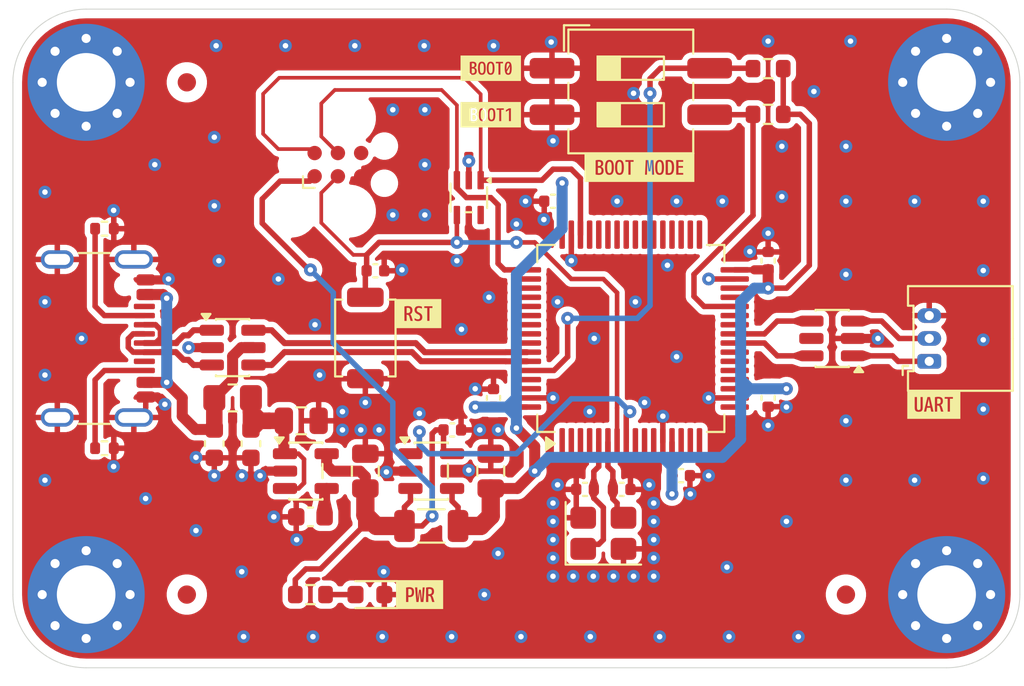
<source format=kicad_pcb>
(kicad_pcb (version 20241229) (generator "pcbnew") (generator_version "9.0")
  (layers (0 "F.Cu" signal) (4 "In1.Cu" power) (6 "In2.Cu" power) (2 "B.Cu" signal) (13 "F.Paste" user) (15 "B.Paste" user) (5 "F.SilkS" user "F.Silkscreen") (7 "B.SilkS" user "B.Silkscreen") (1 "F.Mask" user) (3 "B.Mask" user) (25 "Edge.Cuts" user))
  (net 0 "")
  (net 1 "GND")
  (net 2 "+3V3S")
  (net 3 "/NRST")
  (net 4 "/OSC_OUT")
  (net 5 "/OSC_IN")
  (net 6 "+VBUS")
  (net 7 "+VBUSF")
  (net 8 "+3V3")
  (net 9 "/LDO_BP")
  (net 10 "/USBC_D+")
  (net 11 "/USB_FS_D+")
  (net 12 "/USBC_D-")
  (net 13 "/USB_FS_D-")
  (net 14 "/SWDIO")
  (net 15 "/SWCLK")
  (net 16 "/UART8_TX")
  (net 17 "/UART8_RX")
  (net 18 "/UART_CN_TX")
  (net 19 "/UART_CN_RX")
  (net 22 "/USBC_CC1")
  (net 23 "/USBC_CC2")
  (net 25 "/BOOT0")
  (net 26 "/BOOT1")
  (net 48 "/INA_VOUT")
  (net 70 "Net-(D2-A)")
  (footprint "Resistor_SMD:R_0603_1608Metric" (layer "F.Cu") (at 112.25 139)
    (property "Reference" "R5" (hide yes))
    (property "Value" "220")
  )
  (footprint "Resistor_SMD:R_0402_1005Metric" (layer "F.Cu") (at 101 119)
    (property "Reference" "R2" (hide yes))
    (property "Value" "5k1")
  )
  (footprint "Capacitor_SMD:C_0402_1005Metric" (layer "F.Cu") (at 120 130 180)
    (property "Reference" "C6" (hide yes))
    (property "Value" "0.1u")
  )
  (footprint "Capacitor_SMD:C_0402_1005Metric" (layer "F.Cu") (at 122.25 128.25 90)
    (property "Reference" "C12" (hide yes))
    (property "Value" "0.1u")
  )
  (footprint "Capacitor_SMD:C_0805_2012Metric" (layer "F.Cu") (at 122.1 132.25 90)
    (property "Reference" "C7" (hide yes))
    (property "Value" "10u")
  )
  (footprint "Package_TO_SOT_SMD:SOT-23-6" (layer "F.Cu") (at 140.75 125 180)
    (property "Reference" "D4" (hide yes))
    (property "Value" "USBLC6-2SC6")
  )
  (footprint "Capacitor_SMD:C_0603_1608Metric" (layer "F.Cu") (at 107 130.75 -90)
    (property "Reference" "C1" (hide yes))
    (property "Value" "470n")
  )
  (footprint "Connector_USB:USB_C_Receptacle_GCT_USB4105-xx-A_16P_TopMnt_Horizontal" (layer "F.Cu") (at 99.5 125 -90)
    (property "Reference" "J1" (hide yes))
    (property "Value" "USB_C_USB2.0_16P")
  )
  (footprint "Package_TO_SOT_SMD:SOT-23-6" (layer "F.Cu") (at 108 125.5)
    (property "Reference" "D1" (hide yes))
    (property "Value" "USBLC6-2SC6")
  )
  (footprint "Button_Switch_SMD:SW_DIP_SPSTx02_Slide_6.7x6.64mm_W8.61mm_P2.54mm_LowProfile" (layer "F.Cu") (at 129.75 111.5)
    (property "Reference" "SW1" (hide yes))
    (property "Value" "SW_DIP_x02")
  )
  (footprint "Fiducial:Fiducial_1mm_Mask2mm" (layer "F.Cu") (at 105.5 139)
    (property "Reference" "FID2" (hide yes))
    (property "Value" "Fiducial")
  )
  (footprint "Capacitor_SMD:C_0402_1005Metric" (layer "F.Cu") (at 132.5 132.5)
    (property "Reference" "C11" (hide yes))
    (property "Value" "0.1u")
  )
  (footprint "Connector:Tag-Connect_TC2030-IDC-FP_2x03_P1.27mm_Vertical" (layer "F.Cu") (at 113.75 115.5)
    (property "Reference" "J2" (hide yes))
    (property "Value" "TC2030")
  )
  (footprint "Resistor_SMD:R_0402_1005Metric" (layer "F.Cu") (at 101 131)
    (property "Reference" "R1" (hide yes))
    (property "Value" "5k1")
  )
  (footprint "Button_Switch_SMD:SW_SPST_TS-1088-xR020" (layer "F.Cu") (at 115.25 124.975 90)
    (property "Reference" "SW2" (hide yes))
    (property "Value" "TS-1088")
  )
  (footprint "Capacitor_SMD:C_0603_1608Metric" (layer "F.Cu") (at 109 130.75 -90)
    (property "Reference" "C2" (hide yes))
    (property "Value" "470n")
  )
  (footprint "Resistor_SMD:R_1206_3216Metric" (layer "F.Cu") (at 118.85 135.25)
    (property "Reference" "R4" (hide yes))
    (property "Value" "20m")
  )
  (footprint "Package_QFP:LQFP-64_10x10mm_P0.5mm" (layer "F.Cu") (at 129.75 125 90)
    (property "Reference" "U1" (hide yes))
    (property "Value" "CH32V30xRxTx")
  )
  (footprint "Resistor_SMD:R_0805_2012Metric_Pad1.20x1.40mm_HandSolder" (layer "F.Cu") (at 108 128.25)
    (property "Reference" "R3" (hide yes))
    (property "Value" "0R")
  )
  (footprint "kibuzzard-692C82B7" (layer "F.Cu") (at 130.22 115.65)
    (property "Reference" "kibuzzard-692C82B7" (hide yes))
    (property "Value" "G***" (hide yes))
  )
  (footprint "MountingHole:MountingHole_3.2mm_M3_Pad_Via" (layer "F.Cu") (at 147 111)
    (property "Reference" "MH2" (hide yes))
    (property "Value" "M3")
  )
  (footprint "Resistor_SMD:R_0603_1608Metric" (layer "F.Cu") (at 137.25 110.25 180)
    (property "Reference" "R6" (hide yes))
    (property "Value" "10k")
  )
  (footprint "Capacitor_SMD:C_0402_1005Metric" (layer "F.Cu") (at 125.5 117.5 180)
    (property "Reference" "C8" (hide yes))
    (property "Value" "0.1u")
  )
  (footprint "Connector_Molex:Molex_PicoBlade_53048-0310_1x03_P1.25mm_Horizontal" (layer "F.Cu") (at 146.05 126.25 90)
    (property "Reference" "J3" (hide yes))
    (property "Value" "53048-0310")
  )
  (footprint "kibuzzard-692C82FA" (layer "F.Cu") (at 118.15 123.64)
    (property "Reference" "kibuzzard-692C82FA" (hide yes))
    (property "Value" "G***" (hide yes))
  )
  (footprint "Capacitor_SMD:C_0402_1005Metric" (layer "F.Cu") (at 127.25 133.25 180)
    (property "Reference" "C13" (hide yes))
    (property "Value" "8p")
  )
  (footprint "MountingHole:MountingHole_3.2mm_M3_Pad_Via" (layer "F.Cu") (at 100 139)
    (property "Reference" "MH4" (hide yes))
    (property "Value" "M3")
  )
  (footprint "Crystal:Crystal_SMD_3225-4Pin_3.2x2.5mm" (layer "F.Cu") (at 128.25 135.65)
    (property "Reference" "X1" (hide yes))
    (property "Value" "16MHz")
  )
  (footprint "kibuzzard-692C8041" (layer "F.Cu") (at 118.25 139)
    (property "Reference" "kibuzzard-692C8041" (hide yes))
    (property "Value" "G***" (hide yes))
  )
  (footprint "MountingHole:MountingHole_3.2mm_M3_Pad_Via" (layer "F.Cu") (at 147 139)
    (property "Reference" "MH3" (hide yes))
    (property "Value" "M3")
  )
  (footprint "ch32-baseboard-lib:SOT323-5L-STM" (layer "F.Cu") (at 120.9 117.3 -90)
    (property "Reference" "D3" (hide yes))
    (property "Value" "ESDALC6V1W5")
  )
  (footprint "Fiducial:Fiducial_1mm_Mask2mm" (layer "F.Cu") (at 105.5 111)
    (property "Reference" "FID1" (hide yes))
    (property "Value" "Fiducial")
  )
  (footprint "Fiducial:Fiducial_1mm_Mask2mm" (layer "F.Cu") (at 141.5 139)
    (property "Reference" "FID3" (hide yes))
    (property "Value" "Fiducial")
  )
  (footprint "Package_TO_SOT_SMD:SOT-23-5" (layer "F.Cu") (at 118.85 132.25)
    (property "Reference" "U3" (hide yes))
    (property "Value" "INA195")
  )
  (footprint "kibuzzard-6935C0F9" (layer "F.Cu") (at 122.1 110.23)
    (property "Reference" "kibuzzard-6935C0F9" (hide yes))
    (property "Value" "G***" (hide yes))
  )
  (footprint "Capacitor_SMD:C_0805_2012Metric" (layer "F.Cu") (at 111.75 129.5)
    (property "Reference" "C3" (hide yes))
    (property "Value" "10u")
  )
  (footprint "Package_TO_SOT_SMD:SOT-23-5" (layer "F.Cu") (at 112 132.25)
    (property "Reference" "U2" (hide yes))
    (property "Value" "SPX3819M5-L-3-3")
  )
  (footprint "kibuzzard-692C811E" (layer "F.Cu") (at 146.3 128.6)
    (property "Reference" "kibuzzard-692C811E" (hide yes))
    (property "Value" "G***" (hide yes))
  )
  (footprint "kibuzzard-6935C105" (layer "F.Cu") (at 122.1 112.77)
    (property "Reference" "kibuzzard-6935C105" (hide yes))
    (property "Value" "G***" (hide yes))
  )
  (footprint "MountingHole:MountingHole_3.2mm_M3_Pad_Via" (layer "F.Cu") (at 100 111)
    (property "Reference" "MH1" (hide yes))
    (property "Value" "M3")
  )
  (footprint "Capacitor_SMD:C_0402_1005Metric" (layer "F.Cu") (at 115.8 121.3)
    (property "Reference" "C15" (hide yes))
    (property "Value" "0.1u")
  )
  (footprint "Capacitor_SMD:C_0805_2012Metric" (layer "F.Cu") (at 115.25 132.25 90)
    (property "Reference" "C5" (hide yes))
    (property "Value" "10u")
  )
  (footprint "LED_SMD:LED_0603_1608Metric" (layer "F.Cu") (at 115.5 139 180)
    (property "Reference" "D2" (hide yes))
    (property "Value" "LED")
  )
  (footprint "Capacitor_SMD:C_0402_1005Metric" (layer "F.Cu") (at 137.25 128.25 -90)
    (property "Reference" "C10" (hide yes))
    (property "Value" "0.1u")
  )
  (footprint "Capacitor_SMD:C_0402_1005Metric" (layer "F.Cu") (at 137.25 120.75 90)
    (property "Reference" "C9" (hide yes))
    (property "Value" "0.1u")
  )
  (footprint "Capacitor_SMD:C_0402_1005Metric" (layer "F.Cu") (at 129.25 133.25)
    (property "Reference" "C14" (hide yes))
    (property "Value" "8p")
  )
  (footprint "Resistor_SMD:R_0603_1608Metric" (layer "F.Cu") (at 137.25 112.75 180)
    (property "Reference" "R7" (hide yes))
    (property "Value" "10k")
  )
  (footprint "Capacitor_SMD:C_0603_1608Metric" (layer "F.Cu") (at 112.25 134.75 180)
    (property "Reference" "C4" (hide yes))
    (property "Value" "470n")
  )
  (gr_line (start 100 107) (end 147 107) (stroke (width 0.05)) (layer "Edge.Cuts"))
  (gr_arc (start 151 139) (mid 149.828427 141.828427) (end 147 143) (stroke (width 0.05)) (layer "Edge.Cuts"))
  (gr_arc (start 100 143) (mid 97.171573 141.828427) (end 96 139) (stroke (width 0.05)) (layer "Edge.Cuts"))
  (gr_line (start 147 143) (end 100 143) (stroke (width 0.05)) (layer "Edge.Cuts"))
  (gr_line (start 151 111) (end 151 139) (stroke (width 0.05)) (layer "Edge.Cuts"))
  (gr_arc (start 147 107) (mid 149.828427 108.171573) (end 151 111) (stroke (width 0.05)) (layer "Edge.Cuts"))
  (gr_arc (start 96 111) (mid 97.171573 108.171573) (end 100 107) (stroke (width 0.05)) (layer "Edge.Cuts"))
  (gr_line (start 96 139) (end 96 111) (stroke (width 0.05)) (layer "Edge.Cuts"))
  (segment (start 135.425 121.75) (end 134 121.75) (width 0.3) (layer "F.Cu") (net 1))
  (segment (start 120.9 116.35) (end 120.9 115.3) (width 0.3) (layer "F.Cu") (net 1))
  (segment (start 117.7125 132.25) (end 116.45 132.25) (width 0.5) (layer "F.Cu") (net 1))
  (segment (start 104.45 121.8) (end 104.5 121.75) (width 0.5) (layer "F.Cu") (net 1))
  (segment (start 126.77 134.42) (end 127.15 134.8) (width 0.3) (layer "F.Cu") (net 1))
  (segment (start 131.5 130.675) (end 131.5 129.25) (width 0.3) (layer "F.Cu") (net 1))
  (segment (start 106.8625 125.5) (end 105.6 125.5) (width 0.5) (layer "F.Cu") (net 1))
  (segment (start 116.45 132.25) (end 116.4 132.3) (width 0.5) (layer "F.Cu") (net 1))
  (segment (start 141.8875 125) (end 143.25 125) (width 0.5) (layer "F.Cu") (net 1))
  (segment (start 109.75 132.25) (end 109.5 132.5) (width 0.5) (layer "F.Cu") (net 1))
  (segment (start 103.9 128.2) (end 103.18 128.2) (width 0.5) (layer "F.Cu") (net 1))
  (segment (start 101.51 118.01) (end 101.5 118) (width 0.3) (layer "F.Cu") (net 1))
  (segment (start 126.77 133.25) (end 126.77 134.42) (width 0.3) (layer "F.Cu") (net 1))
  (segment (start 101.51 119) (end 101.51 118.01) (width 0.3) (layer "F.Cu") (net 1))
  (segment (start 110.8625 132.25) (end 109.75 132.25) (width 0.5) (layer "F.Cu") (net 1))
  (segment (start 135.425 128.25) (end 134 128.25) (width 0.3) (layer "F.Cu") (net 1))
  (segment (start 104.3 128.6) (end 103.9 128.2) (width 0.5) (layer "F.Cu") (net 1))
  (segment (start 103.18 121.8) (end 104.45 121.8) (width 0.5) (layer "F.Cu") (net 1))
  (segment (start 101.51 131.99) (end 101.5 132) (width 0.3) (layer "F.Cu") (net 1))
  (segment (start 101.51 131) (end 101.51 131.99) (width 0.3) (layer "F.Cu") (net 1))
  (segment (start 124.075 128.25) (end 125.5 128.25) (width 0.3) (layer "F.Cu") (net 1))
  (segment (start 126.5 119.325) (end 126.5 120.75) (width 0.3) (layer "F.Cu") (net 1))
  (via (at 107 117.75) (size 0.7) (drill 0.3) (layers "F.Cu" "B.Cu") (net 1))
  (via (at 138 114.5) (size 0.7) (drill 0.3) (layers "F.Cu" "B.Cu") (net 1))
  (via (at 128.8 138) (size 0.7) (drill 0.3) (layers "F.Cu" "B.Cu") (net 1))
  (via (at 135 137.5) (size 0.7) (drill 0.3) (layers "F.Cu" "B.Cu") (net 1))
  (via (at 137.25 108.75) (size 0.7) (drill 0.3) (layers "F.Cu" "B.Cu") (net 1))
  (via (at 120.25 120.75) (size 0.7) (drill 0.3) (layers "F.Cu" "B.Cu") (net 1))
  (via (at 131 134) (size 0.7) (drill 0.3) (layers "F.Cu" "B.Cu") (net 1))
  (via (at 145.25 132.75) (size 0.7) (drill 0.3) (layers "F.Cu" "B.Cu") (net 1))
  (via (at 121.75 139) (size 0.7) (drill 0.3) (layers "F.Cu" "B.Cu") (net 1))
  (via (at 122.5 130) (size 0.7) (drill 0.3) (layers "F.Cu" "B.Cu") (net 1))
  (via (at 129.9 111.6) (size 0.7) (drill 0.3) (layers "F.Cu" "B.Cu") (net 1))
  (via (at 123.75 141.3) (size 0.7) (drill 0.3) (layers "F.Cu" "B.Cu") (net 1))
  (via (at 107 114) (size 0.7) (drill 0.3) (layers "F.Cu" "B.Cu") (net 1))
  (via (at 136.25 120.25) (size 0.7) (drill 0.3) (layers "F.Cu" "B.Cu") (net 1))
  (via (at 149 121.2875) (size 0.7) (drill 0.3) (layers "F.Cu" "B.Cu") (net 1))
  (via (at 135.1125 141.3) (size 0.7) (drill 0.3) (layers "F.Cu" "B.Cu") (net 1))
  (via (at 110.25 134.75) (size 0.7) (drill 0.3) (layers "F.Cu" "B.Cu") (net 1))
  (via (at 127.75 125) (size 0.7) (drill 0.3) (layers "F.Cu" "B.Cu") (net 1))
  (via (at 126.5 120.75) (size 0.7) (drill 0.3) (layers "F.Cu" "B.Cu") (net 1))
  (via (at 116.4 132.3) (size 0.7) (drill 0.3) (layers "F.Cu" "B.Cu") (net 1))
  (via (at 112.3875 141.3) (size 0.7) (drill 0.3) (layers "F.Cu" "B.Cu") (net 1))
  (via (at 106 135.5) (size 0.7) (drill 0.3) (layers "F.Cu" "B.Cu") (net 1))
  (via (at 141.5 132.75) (size 0.7) (drill 0.3) (layers "F.Cu" "B.Cu") (net 1))
  (via (at 141.75 108.75) (size 0.7) (drill 0.3) (layers "F.Cu" "B.Cu") (net 1))
  (via (at 106 131.5) (size 0.7) (drill 0.3) (layers "F.Cu" "B.Cu") (net 1))
  (via (at 125.5 135) (size 0.7) (drill 0.3) (layers "F.Cu" "B.Cu") (net 1))
  (via (at 114 130) (size 0.7) (drill 0.3) (layers "F.Cu" "B.Cu") (net 1))
  (via (at 107 132.5) (size 0.7) (drill 0.3) (layers "F.Cu" "B.Cu") (net 1))
  (via (at 125.5 137) (size 0.7) (drill 0.3) (layers "F.Cu" "B.Cu") (net 1))
  (via (at 112.75 127) (size 0.7) (drill 0.3) (layers "F.Cu" "B.Cu") (net 1))
  (via (at 97.75 117) (size 0.7) (drill 0.3) (layers "F.Cu" "B.Cu") (net 1))
  (via (at 110.5 121.75) (size 0.7) (drill 0.3) (layers "F.Cu" "B.Cu") (net 1))
  (via (at 141.5 114.5) (size 0.7) (drill 0.3) (layers "F.Cu" "B.Cu") (net 1))
  (via (at 115 130) (size 0.7) (drill 0.3) (layers "F.Cu" "B.Cu") (net 1))
  (via (at 123.5 118.75) (size 0.7) (drill 0.3) (layers "F.Cu" "B.Cu") (net 1))
  (via (at 131 138) (size 0.7) (drill 0.3) (layers "F.Cu" "B.Cu") (net 1))
  (via (at 129.9 138) (size 0.7) (drill 0.3) (layers "F.Cu" "B.Cu") (net 1))
  (via (at 116.75 112.5) (size 0.7) (drill 0.3) (layers "F.Cu" "B.Cu") (net 1))
  (via (at 131 135) (size 0.7) (drill 0.3) (layers "F.Cu" "B.Cu") (net 1))
  (via (at 134 132.5) (size 0.7) (drill 0.3) (layers "F.Cu" "B.Cu") (net 1))
  (via (at 101.5 132) (size 0.7) (drill 0.3) (layers "F.Cu" "B.Cu") (net 1))
  (via (at 109.5 132.5) (size 0.7) (drill 0.3) (layers "F.Cu" "B.Cu") (net 1))
  (via (at 139.75 111.5) (size 0.7) (drill 0.3) (layers "F.Cu" "B.Cu") (net 1))
  (via (at 103.75 115.5) (size 0.7) (drill 0.3) (layers "F.Cu" "B.Cu") (net 1))
  (via (at 105.6 125.5) (size 0.7) (drill 0.3) (layers "F.Cu" "B.Cu") (net 1))
  (via (at 110.8875 109) (size 0.7) (drill 0.3) (layers "F.Cu" "B.Cu") (net 1))
  (via (at 137.25 129.75) (size 0.7) (drill 0.3) (layers "F.Cu" "B.Cu") (net 1))
  (via (at 127.7 138) (size 0.7) (drill 0.3) (layers "F.Cu" "B.Cu") (net 1))
  (via (at 134 121.75) (size 0.7) (drill 0.3) (layers "F.Cu" "B.Cu") (net 1))
  (via (at 125 118.5) (size 0.7) (drill 0.3) (layers "F.Cu" "B.Cu") (net 1))
  (via (at 115.25 128.5) (size 0.7) (drill 0.3) (layers "F.Cu" "B.Cu") (net 1))
  (via (at 108.5 132.5) (size 0.7) (drill 0.3) (layers "F.Cu" "B.Cu") (net 1))
  (via (at 118.5 118.25) (size 0.7) (drill 0.3) (layers "F.Cu" "B.Cu") (net 1))
  (via (at 131 137) (size 0.7) (drill 0.3) (layers "F.Cu" "B.Cu") (net 1))
  (via (at 149 132.65) (size 0.7) (drill 0.3) (layers "F.Cu" "B.Cu") (net 1))
  (via (at 114.675 109) (size 0.7) (drill 0.3) (layers "F.Cu" "B.Cu") (net 1))
  (via (at 118.4625 109) (size 0.7) (drill 0.3) (layers "F.Cu" "B.Cu") (net 1))
  (via (at 125.75 123) (size 0.7) (drill 0.3) (layers "F.Cu" "B.Cu") (net 1))
  (via (at 119.9625 141.3) (size 0.7) (drill 0.3) (layers "F.Cu" "B.Cu") (net 1))
  (via (at 118.5 115.5) (size 0.7) (drill 0.3) (layers "F.Cu" "B.Cu") (net 1))
  (via (at 132.25 126) (size 0.7) (drill 0.3) (layers "F.Cu" "B.Cu") (net 1))
  (via (at 101.5 118) (size 0.7) (drill 0.3) (layers "F.Cu" "B.Cu") (net 1))
  (via (at 122.25 109) (size 0.7) (drill 0.3) (layers "F.Cu" "B.Cu") (net 1))
  (via (at 127.5375 141.3) (size 0.7) (drill 0.3) (layers "F.Cu" "B.Cu") (net 1))
  (via (at 141.5 117.5) (size 0.7) (drill 0.3) (layers "F.Cu" "B.Cu") (net 1))
  (via (at 121.5 130) (size 0.7) (drill 0.3) (layers "F.Cu" "B.Cu") (net 1))
  (via (at 133 133.5) (size 0.7) (drill 0.3) (layers "F.Cu" "B.Cu") (net 1))
  (via (at 112.5 124.25) (size 0.7) (drill 0.3) (layers "F.Cu" "B.Cu") (net 1))
  (via (at 116.75 118.25) (size 0.7) (drill 0.3) (layers "F.Cu" "B.Cu") (net 1))
  (via (at 125.75 133) (size 0.7) (drill 0.3) (layers "F.Cu" "B.Cu") (net 1))
  (via (at 126.6 138) (size 0.7) (drill 0.3) (layers "F.Cu" "B.Cu") (net 1))
  (via (at 149 128.8625) (size 0.7) (drill 0.3) (layers "F.Cu" "B.Cu") (net 1))
  (via (at 130.75 133) (size 0.7) (drill 0.3) (layers "F.Cu" "B.Cu") (net 1))
  (via (at 118.2 129.1) (size 0.7) (drill 0.3) (layers "F.Cu" "B.Cu") (net 1))
  (via (at 125.4 108.8) (size 0.7) (drill 0.3) (layers "F.Cu" "B.Cu") (net 1))
  (via (at 141.5 121.5) (size 0.7) (drill 0.3) (layers "F.Cu" "B.Cu") (net 1))
  (via (at 125.5 114.2) (size 0.7) (drill 0.3) (layers "F.Cu" "B.Cu") (net 1))
  (via (at 137.25 119.25) (size 0.7) (drill 0.3) (layers "F.Cu" "B.Cu") (net 1))
  (via (at 131.325 141.3) (size 0.7) (drill 0.3) (layers "F.Cu" "B.Cu") (net 1))
  (via (at 125.5 136) (size 0.7) (drill 0.3) (layers "F.Cu" "B.Cu") (net 1))
  (via (at 117.25 121.25) (size 0.7) (drill 0.3) (layers "F.Cu" "B.Cu") (net 1))
  (via (at 125.5 134) (size 0.7) (drill 0.3) (layers "F.Cu" "B.Cu") (net 1))
  (via (at 107.25 120.75) (size 0.7) (drill 0.3) (layers "F.Cu" "B.Cu") (net 1))
  (via (at 131.5 129.25) (size 0.7) (drill 0.3) (layers "F.Cu" "B.Cu") (net 1))
  (via (at 131 136) (size 0.7) (drill 0.3) (layers "F.Cu" "B.Cu") (net 1))
  (via (at 131.75 121) (size 0.7) (drill 0.3) (layers "F.Cu" "B.Cu") (net 1))
  (via (at 125.5 138) (size 0.7) (drill 0.3) (layers "F.Cu" "B.Cu") (net 1))
  (via (at 138.9 141.3) (size 0.7) (drill 0.3) (layers "F.Cu" "B.Cu") (net 1))
  (via (at 134 128.25) (size 0.7) (drill 0.3) (layers "F.Cu" "B.Cu") (net 1))
  (via (at 104.5 121.75) (size 0.7) (drill 0.3) (layers "F.Cu" "B.Cu") (net 1))
  (via (at 97.75 123) (size 0.7) (drill 0.3) (layers "F.Cu" "B.Cu") (net 1))
  (via (at 116.25 137.75) (size 0.7) (drill 0.3) (layers "F.Cu" "B.Cu") (net 1))
  (via (at 114 129) (size 0.7) (drill 0.3) (layers "F.Cu" "B.Cu") (net 1))
  (via (at 143.25 125) (size 0.7) (drill 0.3) (layers "F.Cu" "B.Cu") (net 1))
  (via (at 107.1 109) (size 0.7) (drill 0.3) (layers "F.Cu" "B.Cu") (net 1))
  (via (at 149 125.075) (size 0.7) (drill 0.3) (layers "F.Cu" "B.Cu") (net 1))
  (via (at 120.9 115.3) (size 0.7) (drill 0.3) (layers "F.Cu" "B.Cu") (net 1))
  (via (at 122.5 136.75) (size 0.7) (drill 0.3) (layers "F.Cu" "B.Cu") (net 1))
  (via (at 120.5 124.5) (size 0.7) (drill 0.3) (layers "F.Cu" "B.Cu") (net 1))
  (via (at 108.5 137.75) (size 0.7) (drill 0.3) (layers "F.Cu" "B.Cu") (net 1))
  (via (at 129 117.5) (size 0.7) (drill 0.3) (layers "F.Cu" "B.Cu") (net 1))
  (via (at 103.25 133.75) (size 0.7) (drill 0.3) (layers "F.Cu" "B.Cu") (net 1))
  (via (at 132.25 117.5) (size 0.7) (drill 0.3) (layers "F.Cu" "B.Cu") (net 1))
  (via (at 124 117.5) (size 0.7) (drill 0.3) (layers "F.Cu" "B.Cu") (net 1))
  (via (at 116.175 141.3) (size 0.7) (drill 0.3) (layers "F.Cu" "B.Cu") (net 1))
  (via (at 138.25 135) (size 0.7) (drill 0.3) (layers "F.Cu" "B.Cu") (net 1))
  (via (at 134.75 117.5) (size 0.7) (drill 0.3) (layers "F.Cu" "B.Cu") (net 1))
  (via (at 104.3 128.6) (size 0.7) (drill 0.3) (layers "F.Cu" "B.Cu") (net 1))
  (via (at 130.5 128.5) (size 0.7) (drill 0.3) (layers "F.Cu" "B.Cu") (net 1))
  (via (at 97.75 127) (size 0.7) (drill 0.3) (layers "F.Cu" "B.Cu") (net 1))
  (via (at 145.25 117.5) (size 0.7) (drill 0.3) (layers "F.Cu" "B.Cu") (net 1))
  (via (at 149 117.5) (size 0.7) (drill 0.3) (layers "F.Cu" "B.Cu") (net 1))
  (via (at 118.5 112.5) (size 0.7) (drill 0.3) (layers "F.Cu" "B.Cu") (net 1))
  (via (at 122 122.75) (size 0.7) (drill 0.3) (layers "F.Cu" "B.Cu") (net 1))
  (via (at 111.5 136) (size 0.7) (drill 0.3) (layers "F.Cu" "B.Cu") (net 1))
  (via (at 138 117.25) (size 0.7) (drill 0.3) (layers "F.Cu" "B.Cu") (net 1))
  (via (at 99.75 125) (size 0.7) (drill 0.3) (layers "F.Cu" "B.Cu") (net 1))
  (via (at 141.5 129.5) (size 0.7) (drill 0.3) (layers "F.Cu" "B.Cu") (net 1))
  (via (at 121.25 127.75) (size 0.7) (drill 0.3) (layers "F.Cu" "B.Cu") (net 1))
  (via (at 138.25 128.75) (size 0.7) (drill 0.3) (layers "F.Cu" "B.Cu") (net 1))
  (via (at 130 123) (size 0.7) (drill 0.3) (layers "F.Cu" "B.Cu") (net 1))
  (via (at 108.6 141.3) (size 0.7) (drill 0.3) (layers "F.Cu" "B.Cu") (net 1))
  (via (at 116 130) (size 0.7) (drill 0.3) (layers "F.Cu" "B.Cu") (net 1))
  (via (at 127.5 129) (size 0.7) (drill 0.3) (layers "F.Cu" "B.Cu") (net 1))
  (via (at 125.5 128.25) (size 0.7) (drill 0.3) (layers "F.Cu" "B.Cu") (net 1))
  (via (at 120.9 132.2) (size 0.7) (drill 0.3) (layers "F.Cu" "B.Cu") (net 1))
  (via (at 97.75 132.75) (size 0.7) (drill 0.3) (layers "F.Cu" "B.Cu") (net 1))
  (segment (start 132 132.52) (end 132.02 132.5) (width 0.6) (layer "F.Cu") (net 2))
  (segment (start 126 119.325) (end 126 118.25) (width 0.3) (layer "F.Cu") (net 2))
  (segment (start 138.075 112.75) (end 138.075 110.25) (width 0.3) (layer "F.Cu") (net 2))
  (segment (start 138.25 122.25) (end 139.5 121) (width 0.3) (layer "F.Cu") (net 2))
  (segment (start 139.5 121) (end 139.5 113.25) (width 0.3) (layer "F.Cu") (net 2))
  (segment (start 138.25 127.75) (end 137.27 127.75) (width 0.5) (layer "F.Cu") (net 2))
  (segment (start 137.23 127.75) (end 137.25 127.77) (width 0.3) (layer "F.Cu") (net 2))
  (segment (start 137.27 127.75) (end 137.25 127.77) (width 0.5) (layer "F.Cu") (net 2))
  (segment (start 122.27 128.75) (end 122.25 128.73) (width 0.5) (layer "F.Cu") (net 2))
  (segment (start 123.55 133.2) (end 124.5 132.25) (width 0.6) (layer "F.Cu") (net 2))
  (segment (start 132 133.5) (end 132 132.52) (width 0.6) (layer "F.Cu") (net 2))
  (segment (start 120.3125 135.25) (end 120.3125 134.2125) (width 0.3) (layer "F.Cu") (net 2))
  (segment (start 126 117.52) (end 125.98 117.5) (width 0.5) (layer "F.Cu") (net 2))
  (segment (start 119.9875 133.8875) (end 119.9875 133.2) (width 0.3) (layer "F.Cu") (net 2))
  (segment (start 120.3125 135.25) (end 121.55 135.25) (width 1) (layer "F.Cu") (net 2))
  (segment (start 132 131.75) (end 132 132.48) (width 0.5) (layer "F.Cu") (net 2))
  (segment (start 123 128.75) (end 122.27 128.75) (width 0.5) (layer "F.Cu") (net 2))
  (segment (start 122.25 128.73) (end 121.27 128.73) (width 0.5) (layer "F.Cu") (net 2))
  (segment (start 122.1 134.7) (end 122.1 133.2) (width 1) (layer "F.Cu") (net 2))
  (segment (start 126 118.25) (end 126 117.52) (width 0.5) (layer "F.Cu") (net 2))
  (segment (start 137.25 122.25) (end 137.25 121.23) (width 0.6) (layer "F.Cu") (net 2))
  (segment (start 124.075 128.75) (end 123 128.75) (width 0.3) (layer "F.Cu") (net 2))
  (segment (start 139.5 113.25) (end 139 112.75) (width 0.3) (layer "F.Cu") (net 2))
  (segment (start 136.5 121.25) (end 137.23 121.25) (width 0.5) (layer "F.Cu") (net 2))
  (segment (start 135.425 121.25) (end 136.5 121.25) (width 0.3) (layer "F.Cu") (net 2))
  (segment (start 125.98 116.52) (end 126 116.5) (width 0.5) (layer "F.Cu") (net 2))
  (segment (start 124.5 130.9) (end 123.5 129.9) (width 0.6) (layer "F.Cu") (net 2))
  (segment (start 121.55 135.25) (end 122.1 134.7) (width 1) (layer "F.Cu") (net 2))
  (segment (start 139 112.75) (end 138.075 112.75) (width 0.3) (layer "F.Cu") (net 2))
  (segment (start 135.425 127.75) (end 137.23 127.75) (width 0.3) (layer "F.Cu") (net 2))
  (segment (start 137.23 121.25) (end 137.25 121.23) (width 0.5) (layer "F.Cu") (net 2))
  (segment (start 132 132.48) (end 132.02 132.5) (width 0.5) (layer "F.Cu") (net 2))
  (segment (start 137.25 122.25) (end 138.25 122.25) (width 0.3) (layer "F.Cu") (net 2))
  (segment (start 121.27 128.73) (end 121.25 128.75) (width 0.5) (layer "F.Cu") (net 2))
  (segment (start 132 130.675) (end 132 131.75) (width 0.3) (layer "F.Cu") (net 2))
  (segment (start 120.3125 134.2125) (end 119.9875 133.8875) (width 0.3) (layer "F.Cu") (net 2))
  (segment (start 122.1 133.2) (end 123.55 133.2) (width 0.6) (layer "F.Cu") (net 2))
  (segment (start 124.5 132.25) (end 124.5 130.9) (width 0.6) (layer "F.Cu") (net 2))
  (segment (start 125.98 117.5) (end 125.98 116.52) (width 0.5) (layer "F.Cu") (net 2))
  (via (at 124.5 132.25) (size 0.7) (drill 0.3) (layers "F.Cu" "B.Cu") (net 2))
  (via (at 123.5 129.9) (size 0.7) (drill 0.3) (layers "F.Cu" "B.Cu") (net 2))
  (via (at 126 116.5) (size 0.7) (drill 0.3) (layers "F.Cu" "B.Cu") (net 2))
  (via (at 138.25 127.75) (size 0.7) (drill 0.3) (layers "F.Cu" "B.Cu") (net 2))
  (via (at 137.25 122.25) (size 0.7) (drill 0.3) (layers "F.Cu" "B.Cu") (net 2))
  (via (at 121.25 128.75) (size 0.7) (drill 0.3) (layers "F.Cu" "B.Cu") (net 2))
  (via (at 132 133.5) (size 0.7) (drill 0.3) (layers "F.Cu" "B.Cu") (net 2))
  (segment (start 136.25 122.5) (end 136.5 122.25) (width 0.6) (layer "B.Cu") (net 2))
  (segment (start 135.75 128.25) (end 135.75 127.25) (width 0.6) (layer "B.Cu") (net 2))
  (segment (start 123 128.75) (end 123.5 128.25) (width 0.6) (layer "B.Cu") (net 2))
  (segment (start 134.75 131.5) (end 135.75 130.5) (width 0.6) (layer "B.Cu") (net 2))
  (segment (start 135.75 129.75) (end 135.75 128.25) (width 0.6) (layer "B.Cu") (net 2))
  (segment (start 126 119) (end 126 116.5) (width 0.6) (layer "B.Cu") (net 2))
  (segment (start 123 128.75) (end 121.25 128.75) (width 0.6) (layer "B.Cu") (net 2))
  (segment (start 131.5 131.5) (end 132 132) (width 0.6) (layer "B.Cu") (net 2))
  (segment (start 123.5 129.25) (end 123.5 128.25) (width 0.6) (layer "B.Cu") (net 2))
  (segment (start 135.75 127.25) (end 135.75 123) (width 0.6) (layer "B.Cu") (net 2))
  (segment (start 131.5 131.5) (end 132.5 131.5) (width 0.6) (layer "B.Cu") (net 2))
  (segment (start 135.75 123) (end 136.25 122.5) (width 0.6) (layer "B.Cu") (net 2))
  (segment (start 132 132) (end 132 133.5) (width 0.6) (layer "B.Cu") (net 2))
  (segment (start 125.25 131.5) (end 131.5 131.5) (width 0.6) (layer "B.Cu") (net 2))
  (segment (start 136.25 127.75) (end 135.75 127.25) (width 0.6) (layer "B.Cu") (net 2))
  (segment (start 135.75 130.5) (end 135.75 129.75) (width 0.6) (layer "B.Cu") (net 2))
  (segment (start 124.5 132.25) (end 125.25 131.5) (width 0.6) (layer "B.Cu") (net 2))
  (segment (start 123.5 129.25) (end 123 128.75) (width 0.6) (layer "B.Cu") (net 2))
  (segment (start 132.5 131.5) (end 134.75 131.5) (width 0.6) (layer "B.Cu") (net 2))
  (segment (start 136.25 127.75) (end 138.25 127.75) (width 0.6) (layer "B.Cu") (net 2))
  (segment (start 123.5 129.9) (end 123.5 129.25) (width 0.6) (layer "B.Cu") (net 2))
  (segment (start 123.5 121.5) (end 126 119) (width 0.6) (layer "B.Cu") (net 2))
  (segment (start 132 132) (end 132.5 131.5) (width 0.6) (layer "B.Cu") (net 2))
  (segment (start 135.75 128.25) (end 136.25 127.75) (width 0.6) (layer "B.Cu") (net 2))
  (segment (start 136.5 122.25) (end 137.25 122.25) (width 0.6) (layer "B.Cu") (net 2))
  (segment (start 123.5 128.25) (end 123.5 121.5) (width 0.6) (layer "B.Cu") (net 2))
  (segment (start 114.593646 120.43) (end 115.32 120.43) (width 0.2) (layer "F.Cu") (net 3))
  (segment (start 120.25 119.75) (end 120.25 118.25) (width 0.25) (layer "F.Cu") (net 3))
  (segment (start 129 123.5) (end 129 122.5) (width 0.25) (layer "F.Cu") (net 3))
  (segment (start 128.25 121.75) (end 126.5 121.75) (width 0.25) (layer "F.Cu") (net 3))
  (segment (start 112.84255 117.04245) (end 112.84255 118.678904) (width 0.2) (layer "F.Cu") (net 3))
  (segment (start 115.25 122.75) (end 115.25 121.37) (width 0.3) (layer "F.Cu") (net 3))
  (segment (start 113.75 116.135) (end 112.84255 117.04245) (width 0.2) (layer "F.Cu") (net 3))
  (segment (start 129 122.5) (end 128.5 122) (width 0.25) (layer "F.Cu") (net 3))
  (segment (start 129 128.8) (end 129 123.5) (width 0.25) (layer "F.Cu") (net 3))
  (segment (start 126.5 121.75) (end 124.5 119.75) (width 0.25) (layer "F.Cu") (net 3))
  (segment (start 116 119.75) (end 120.25 119.75) (width 0.3) (layer "F.Cu") (net 3))
  (segment (start 128.5 122) (end 128.25 121.75) (width 0.25) (layer "F.Cu") (net 3))
  (segment (start 115.32 121.3) (end 115.32 120.43) (width 0.3) (layer "F.Cu") (net 3))
  (segment (start 115.32 120.43) (end 116 119.75) (width 0.3) (layer "F.Cu") (net 3))
  (segment (start 129 128.8) (end 129 130.675) (width 0.25) (layer "F.Cu") (net 3))
  (segment (start 112.84255 118.678904) (end 114.593646 120.43) (width 0.2) (layer "F.Cu") (net 3))
  (segment (start 124.5 119.75) (end 123.5 119.75) (width 0.25) (layer "F.Cu") (net 3))
  (segment (start 115.25 121.37) (end 115.32 121.3) (width 0.3) (layer "F.Cu") (net 3))
  (via (at 123.5 119.75) (size 0.7) (drill 0.3) (layers "F.Cu" "B.Cu") (net 3))
  (via (at 120.25 119.75) (size 0.7) (drill 0.3) (layers "F.Cu" "B.Cu") (net 3))
  (segment (start 123.5 119.75) (end 120.25 119.75) (width 0.25) (layer "B.Cu") (net 3))
  (segment (start 129 134) (end 129 135) (width 0.3) (layer "F.Cu") (net 4))
  (segment (start 129 135) (end 129 134.5) (width 0.3) (layer "F.Cu") (net 4))
  (segment (start 128.77 133.25) (end 128.77 132.27) (width 0.3) (layer "F.Cu") (net 4))
  (segment (start 128.77 132.27) (end 128.5 132) (width 0.3) (layer "F.Cu") (net 4))
  (segment (start 128.77 133.77) (end 129 134) (width 0.3) (layer "F.Cu") (net 4))
  (segment (start 128.77 133.25) (end 128.77 133.77) (width 0.3) (layer "F.Cu") (net 4))
  (segment (start 128.5 132) (end 128.5 130.675) (width 0.3) (layer "F.Cu") (net 4))
  (segment (start 127.73 133.73) (end 127.75 133.75) (width 0.3) (layer "F.Cu") (net 5))
  (segment (start 128 132) (end 127.73 132.27) (width 0.3) (layer "F.Cu") (net 5))
  (segment (start 128 136.25) (end 127.4 136.25) (width 0.3) (layer "F.Cu") (net 5))
  (segment (start 127.73 133.25) (end 127.73 133.73) (width 0.3) (layer "F.Cu") (net 5))
  (segment (start 127.75687 133.75) (end 128.25 134.24313) (width 0.3) (layer "F.Cu") (net 5))
  (segment (start 127.73 132.27) (end 127.73 133.25) (width 0.3) (layer "F.Cu") (net 5))
  (segment (start 127.75 133.75) (end 127.75687 133.75) (width 0.3) (layer "F.Cu") (net 5))
  (segment (start 128.25 136) (end 128 136.25) (width 0.3) (layer "F.Cu") (net 5))
  (segment (start 128.25 134.24313) (end 128.25 136) (width 0.3) (layer "F.Cu") (net 5))
  (segment (start 128 130.675) (end 128 132) (width 0.3) (layer "F.Cu") (net 5))
  (segment (start 108 127.25) (end 107 128.25) (width 0.6) (layer "F.Cu") (net 6))
  (segment (start 108 125.975001) (end 108 127.25) (width 0.6) (layer "F.Cu") (net 6))
  (segment (start 105.25 128.25) (end 105.25 129.25) (width 0.6) (layer "F.Cu") (net 6))
  (segment (start 103.18 127.4) (end 104.4 127.4) (width 0.6) (layer "F.Cu") (net 6))
  (segment (start 105.975 129.975) (end 107 129.975) (width 0.6) (layer "F.Cu") (net 6))
  (segment (start 104.2 122.6) (end 104.4 122.8) (width 0.6) (layer "F.Cu") (net 6))
  (segment (start 105.25 129.25) (end 105.975 129.975) (width 0.6) (layer "F.Cu") (net 6))
  (segment (start 103.255 122.6) (end 104.2 122.6) (width 0.6) (layer "F.Cu") (net 6))
  (segment (start 104.4 127.4) (end 105.25 128.25) (width 0.6) (layer "F.Cu") (net 6))
  (segment (start 107 129.975) (end 107 128.25) (width 0.9) (layer "F.Cu") (net 6))
  (segment (start 108.475001 125.5) (end 108 125.975001) (width 0.6) (layer "F.Cu") (net 6))
  (segment (start 109.1375 125.5) (end 108.475001 125.5) (width 0.6) (layer "F.Cu") (net 6))
  (via (at 104.4 127.4) (size 0.7) (drill 0.3) (layers "F.Cu" "B.Cu") (net 6))
  (via (at 104.4 122.8) (size 0.7) (drill 0.3) (layers "F.Cu" "B.Cu") (net 6))
  (segment (start 104.4 122.8) (end 104.4 127.4) (width 0.6) (layer "B.Cu") (net 6))
  (segment (start 111.6 133.2) (end 111.9 132.9) (width 0.25) (layer "F.Cu") (net 7))
  (segment (start 111.6 131.3) (end 110.8625 131.3) (width 0.25) (layer "F.Cu") (net 7))
  (segment (start 110 129.5) (end 109.475 129.5) (width 0.9) (layer "F.Cu") (net 7))
  (segment (start 111.9 132.9) (end 111.9 131.6) (width 0.25) (layer "F.Cu") (net 7))
  (segment (start 110.8 129.5) (end 110 129.5) (width 0.9) (layer "F.Cu") (net 7))
  (segment (start 109 128.25) (end 109 129) (width 0.9) (layer "F.Cu") (net 7))
  (segment (start 109.475 129.5) (end 109 129.975) (width 0.9) (layer "F.Cu") (net 7))
  (segment (start 109.5 129.5) (end 109 129) (width 0.9) (layer "F.Cu") (net 7))
  (segment (start 110 129.5) (end 109.5 129.5) (width 0.9) (layer "F.Cu") (net 7))
  (segment (start 109 129) (end 109 129.975) (width 0.9) (layer "F.Cu") (net 7))
  (segment (start 110.8 131.2375) (end 110.8625 131.3) (width 0.6) (layer "F.Cu") (net 7))
  (segment (start 110.8 129.5) (end 110.8 131.2375) (width 0.6) (layer "F.Cu") (net 7))
  (segment (start 110.8625 133.2) (end 111.6 133.2) (width 0.25) (layer "F.Cu") (net 7))
  (segment (start 111.9 131.6) (end 111.6 131.3) (width 0.25) (layer "F.Cu") (net 7))
  (segment (start 112.8 137.6) (end 115 135.4) (width 0.3) (layer "F.Cu") (net 8))
  (segment (start 111.425 138.175) (end 112 137.6) (width 0.3) (layer "F.Cu") (net 8))
  (segment (start 115.25 132.55) (end 115.25 133.2) (width 0.6) (layer "F.Cu") (net 8))
  (segment (start 111.425 139) (end 111.425 138.175) (width 0.3) (layer "F.Cu") (net 8))
  (segment (start 110.597636 116.4003) (end 112.2147 116.4003) (width 0.3) (layer "F.Cu") (net 8))
  (segment (start 113.1375 131.3) (end 113.1375 131.9375) (width 0.6) (layer "F.Cu") (net 8))
  (segment (start 117.3875 135.25) (end 118.35 135.25) (width 0.3) (layer "F.Cu") (net 8))
  (segment (start 117.7125 133.8875) (end 117.7125 133.2) (width 0.3) (layer "F.Cu") (net 8))
  (segment (start 115.25 134.65) (end 115.85 135.25) (width 1) (layer "F.Cu") (net 8))
  (segment (start 109.61755 117.380386) (end 110.597636 116.4003) (width 0.3) (layer "F.Cu") (net 8))
  (segment (start 119.1 130) (end 119.52 130) (width 0.3) (layer "F.Cu") (net 8))
  (segment (start 115 135.4) (end 115 134.9) (width 0.3) (layer "F.Cu") (net 8))
  (segment (start 113.453 132.253) (end 114.953 132.253) (width 0.6) (layer "F.Cu") (net 8))
  (segment (start 112 137.6) (end 112.8 137.6) (width 0.3) (layer "F.Cu") (net 8))
  (segment (start 115 134.9) (end 115.25 134.65) (width 0.3) (layer "F.Cu") (net 8))
  (segment (start 118.35 135.25) (end 118.9 134.7) (width 0.3) (layer "F.Cu") (net 8))
  (segment (start 113.1375 131.9375) (end 113.453 132.253) (width 0.6) (layer "F.Cu") (net 8))
  (segment (start 119.52 130) (end 119.52 131.28) (width 0.3) (layer "F.Cu") (net 8))
  (segment (start 115.85 135.25) (end 117.3875 135.25) (width 1) (layer "F.Cu") (net 8))
  (segment (start 118.9 130.2) (end 119.1 130) (width 0.3) (layer "F.Cu") (net 8))
  (segment (start 118.9 134.7) (end 118.9 130.2) (width 0.3) (layer "F.Cu") (net 8))
  (segment (start 115 135.4) (end 115.7 135.4) (width 0.3) (layer "F.Cu") (net 8))
  (segment (start 109.61755 118.699614) (end 109.61755 117.380386) (width 0.3) (layer "F.Cu") (net 8))
  (segment (start 112.167936 121.25) (end 109.61755 118.699614) (width 0.3) (layer "F.Cu") (net 8))
  (segment (start 112.25 121.25) (end 112.167936 121.25) (width 0.3) (layer "F.Cu") (net 8))
  (segment (start 114.953 132.253) (end 115.25 132.55) (width 0.6) (layer "F.Cu") (net 8))
  (segment (start 119.52 131.28) (end 119.5 131.3) (width 0.3) (layer "F.Cu") (net 8))
  (segment (start 117.3875 135.25) (end 117.3875 134.2125) (width 0.3) (layer "F.Cu") (net 8))
  (segment (start 115.7 135.4) (end 115.85 135.25) (width 0.3) (layer "F.Cu") (net 8))
  (segment (start 117.3875 134.2125) (end 117.7125 133.8875) (width 0.3) (layer "F.Cu") (net 8))
  (segment (start 112.2147 116.4003) (end 112.48 116.135) (width 0.3) (layer "F.Cu") (net 8))
  (segment (start 115.25 133.2) (end 115.25 134.65) (width 1) (layer "F.Cu") (net 8))
  (via (at 118.9 134.7) (size 0.7) (drill 0.3) (layers "F.Cu" "B.Cu") (net 8))
  (via (at 112.25 121.25) (size 0.7) (drill 0.3) (layers "F.Cu" "B.Cu") (net 8))
  (segment (start 113.5 122.5) (end 112.25 121.25) (width 0.3) (layer "B.Cu") (net 8))
  (segment (start 117.25 131.5) (end 116.75 131) (width 0.3) (layer "B.Cu") (net 8))
  (segment (start 118.9 133.15) (end 117.25 131.5) (width 0.3) (layer "B.Cu") (net 8))
  (segment (start 113.5 124.5) (end 113.5 122.5) (width 0.3) (layer "B.Cu") (net 8))
  (segment (start 116.75 131) (end 116.75 128.5) (width 0.3) (layer "B.Cu") (net 8))
  (segment (start 118.9 134.7) (end 118.9 133.15) (width 0.3) (layer "B.Cu") (net 8))
  (segment (start 113.5 125.25) (end 113.5 124.5) (width 0.3) (layer "B.Cu") (net 8))
  (segment (start 116.75 128.5) (end 113.5 125.25) (width 0.3) (layer "B.Cu") (net 8))
  (segment (start 113.025 134.75) (end 113.025 133.3125) (width 0.6) (layer "F.Cu") (net 9))
  (segment (start 113.025 133.3125) (end 113.1375 133.2) (width 0.6) (layer "F.Cu") (net 9))
  (segment (start 104.042501 125.75) (end 104.047501 125.745) (width 0.33) (layer "F.Cu") (net 10))
  (segment (start 104.047501 125.745) (end 104.900305 125.745) (width 0.33) (layer "F.Cu") (net 10))
  (segment (start 103.18 125.75) (end 104.042501 125.75) (width 0.33) (layer "F.Cu") (net 10))
  (segment (start 104.900305 125.745) (end 105.323305 126.168) (width 0.33) (layer "F.Cu") (net 10))
  (segment (start 102.302 125.483652) (end 102.568348 125.75) (width 0.3) (layer "F.Cu") (net 10))
  (segment (start 105.586749 126.168) (end 105.868749 126.45) (width 0.33) (layer "F.Cu") (net 10))
  (segment (start 102.568348 125.75) (end 103.18 125.75) (width 0.3) (layer "F.Cu") (net 10))
  (segment (start 105.868749 126.45) (end 106.8625 126.45) (width 0.33) (layer "F.Cu") (net 10))
  (segment (start 102.568348 124.75) (end 102.302 125.016348) (width 0.3) (layer "F.Cu") (net 10))
  (segment (start 105.323305 126.168) (end 105.586749 126.168) (width 0.33) (layer "F.Cu") (net 10))
  (segment (start 103.18 124.75) (end 102.568348 124.75) (width 0.3) (layer "F.Cu") (net 10))
  (segment (start 102.302 125.016348) (end 102.302 125.483652) (width 0.3) (layer "F.Cu") (net 10))
  (segment (start 122.907499 126.245) (end 122.912499 126.25) (width 0.33) (layer "F.Cu") (net 11))
  (segment (start 110.836251 125.745) (end 117.798518 125.745) (width 0.33) (layer "F.Cu") (net 11))
  (segment (start 117.798518 125.745) (end 118.298518 126.245) (width 0.33) (layer "F.Cu") (net 11))
  (segment (start 122.912499 126.25) (end 124.075 126.25) (width 0.33) (layer "F.Cu") (net 11))
  (segment (start 110.131251 126.45) (end 110.836251 125.745) (width 0.33) (layer "F.Cu") (net 11))
  (segment (start 118.298518 126.245) (end 122.907499 126.245) (width 0.33) (layer "F.Cu") (net 11))
  (segment (start 109.1375 126.45) (end 110.131251 126.45) (width 0.33) (layer "F.Cu") (net 11))
  (segment (start 104.058 124.983652) (end 103.791652 125.25) (width 0.3) (layer "F.Cu") (net 12))
  (segment (start 103.791652 124.25) (end 104.058 124.516348) (width 0.3) (layer "F.Cu") (net 12))
  (segment (start 105.868749 124.55) (end 106.8625 124.55) (width 0.33) (layer "F.Cu") (net 12))
  (segment (start 104.927 125.25) (end 104.932 125.255) (width 0.33) (layer "F.Cu") (net 12))
  (segment (start 105.323305 124.832) (end 105.586749 124.832) (width 0.33) (layer "F.Cu") (net 12))
  (segment (start 103.791652 125.25) (end 103.18 125.25) (width 0.3) (layer "F.Cu") (net 12))
  (segment (start 105.586749 124.832) (end 105.868749 124.55) (width 0.33) (layer "F.Cu") (net 12))
  (segment (start 103.18 125.25) (end 104.927 125.25) (width 0.33) (layer "F.Cu") (net 12))
  (segment (start 104.932 125.255) (end 104.932 125.223305) (width 0.33) (layer "F.Cu") (net 12))
  (segment (start 104.058 124.516348) (end 104.058 124.983652) (width 0.3) (layer "F.Cu") (net 12))
  (segment (start 104.932 125.223305) (end 105.323305 124.832) (width 0.33) (layer "F.Cu") (net 12))
  (segment (start 103.18 124.25) (end 103.791652 124.25) (width 0.3) (layer "F.Cu") (net 12))
  (segment (start 118.501482 125.755) (end 122.907499 125.755) (width 0.33) (layer "F.Cu") (net 13))
  (segment (start 110.131251 124.55) (end 110.836251 125.255) (width 0.33) (layer "F.Cu") (net 13))
  (segment (start 118.001482 125.255) (end 118.501482 125.755) (width 0.33) (layer "F.Cu") (net 13))
  (segment (start 109.1375 124.55) (end 110.131251 124.55) (width 0.33) (layer "F.Cu") (net 13))
  (segment (start 122.907499 125.755) (end 122.912499 125.75) (width 0.33) (layer "F.Cu") (net 13))
  (segment (start 110.836251 125.255) (end 118.001482 125.255) (width 0.33) (layer "F.Cu") (net 13))
  (segment (start 122.912499 125.75) (end 124.075 125.75) (width 0.33) (layer "F.Cu") (net 13))
  (segment (start 112.2647 114.6497) (end 110.4997 114.6497) (width 0.2) (layer "F.Cu") (net 14))
  (segment (start 127 116.25) (end 126.5 115.75) (width 0.3) (layer "F.Cu") (net 14))
  (segment (start 127 119.325) (end 127 116.25) (width 0.3) (layer "F.Cu") (net 14))
  (segment (start 125.5 115.75) (end 124.9 116.35) (width 0.3) (layer "F.Cu") (net 14))
  (segment (start 121.55 111.65) (end 121.55 116.35) (width 0.2) (layer "F.Cu") (net 14))
  (segment (start 120.65 110.75) (end 121.55 111.65) (width 0.2) (layer "F.Cu") (net 14))
  (segment (start 124.9 116.35) (end 121.55 116.35) (width 0.3) (layer "F.Cu") (net 14))
  (segment (start 109.66755 113.81755) (end 109.66755 111.63245) (width 0.2) (layer "F.Cu") (net 14))
  (segment (start 126.5 115.75) (end 125.5 115.75) (width 0.3) (layer "F.Cu") (net 14))
  (segment (start 109.66755 111.63245) (end 110.55 110.75) (width 0.2) (layer "F.Cu") (net 14))
  (segment (start 110.4997 114.6497) (end 109.66755 113.81755) (width 0.2) (layer "F.Cu") (net 14))
  (segment (start 112.48 114.865) (end 112.2647 114.6497) (width 0.2) (layer "F.Cu") (net 14))
  (segment (start 110.55 110.75) (end 120.65 110.75) (width 0.2) (layer "F.Cu") (net 14))
  (segment (start 120.25 112.25) (end 120.25 116.35) (width 0.2) (layer "F.Cu") (net 15))
  (segment (start 122.5 117.7) (end 122.5 120.9) (width 0.3) (layer "F.Cu") (net 15))
  (segment (start 113.75 114.865) (end 112.84255 113.95755) (width 0.2) (layer "F.Cu") (net 15))
  (segment (start 119.41755 111.41755) (end 120.25 112.25) (width 0.2) (layer "F.Cu") (net 15))
  (segment (start 122.1 117.3) (end 122.5 117.7) (width 0.3) (layer "F.Cu") (net 15))
  (segment (start 120.25 116.35) (end 120.25 116.77421) (width 0.3) (layer "F.Cu") (net 15))
  (segment (start 120.77579 117.3) (end 122.1 117.3) (width 0.3) (layer "F.Cu") (net 15))
  (segment (start 112.84255 113.95755) (end 112.84255 112.15745) (width 0.2) (layer "F.Cu") (net 15))
  (segment (start 112.84255 112.15745) (end 113.58245 111.41755) (width 0.2) (layer "F.Cu") (net 15))
  (segment (start 113.58245 111.41755) (end 119.41755 111.41755) (width 0.2) (layer "F.Cu") (net 15))
  (segment (start 122.5 120.9) (end 122.85 121.25) (width 0.3) (layer "F.Cu") (net 15))
  (segment (start 122.85 121.25) (end 124.075 121.25) (width 0.3) (layer "F.Cu") (net 15))
  (segment (start 120.25 116.77421) (end 120.77579 117.3) (width 0.3) (layer "F.Cu") (net 15))
  (segment (start 137.75 125.95) (end 139.6125 125.95) (width 0.3) (layer "F.Cu") (net 16))
  (segment (start 137.05 125.25) (end 137.75 125.95) (width 0.3) (layer "F.Cu") (net 16))
  (segment (start 135.425 125.25) (end 137.05 125.25) (width 0.3) (layer "F.Cu") (net 16))
  (segment (start 137.05 124.75) (end 137.75 124.05) (width 0.3) (layer "F.Cu") (net 17))
  (segment (start 135.425 124.75) (end 137.05 124.75) (width 0.3) (layer "F.Cu") (net 17))
  (segment (start 137.75 124.05) (end 139.6125 124.05) (width 0.3) (layer "F.Cu") (net 17))
  (segment (start 141.8875 125.95) (end 144.05 125.95) (width 0.3) (layer "F.Cu") (net 18))
  (segment (start 144.05 125.95) (end 144.35 126.25) (width 0.3) (layer "F.Cu") (net 18))
  (segment (start 144.35 126.25) (end 146.05 126.25) (width 0.3) (layer "F.Cu") (net 18))
  (segment (start 143.45 124.05) (end 144.4 125) (width 0.3) (layer "F.Cu") (net 19))
  (segment (start 144.4 125) (end 146.05 125) (width 0.3) (layer "F.Cu") (net 19))
  (segment (start 141.8875 124.05) (end 143.45 124.05) (width 0.3) (layer "F.Cu") (net 19))
  (segment (start 103.18 123.75) (end 101 123.75) (width 0.3) (layer "F.Cu") (net 22))
  (segment (start 101 123.75) (end 100.49 123.24) (width 0.3) (layer "F.Cu") (net 22))
  (segment (start 100.49 123.24) (end 100.49 119) (width 0.3) (layer "F.Cu") (net 22))
  (segment (start 100.49 127.26) (end 100.49 131) (width 0.3) (layer "F.Cu") (net 23))
  (segment (start 101 126.75) (end 100.49 127.26) (width 0.3) (layer "F.Cu") (net 23))
  (segment (start 103.18 126.75) (end 101 126.75) (width 0.3) (layer "F.Cu") (net 23))
  (segment (start 136.405 110.23) (end 136.425 110.25) (width 0.3) (layer "F.Cu") (net 25))
  (segment (start 125.55 126.75) (end 126.3 126) (width 0.3) (layer "F.Cu") (net 25))
  (segment (start 134.055 110.23) (end 136.405 110.23) (width 0.3) (layer "F.Cu") (net 25))
  (segment (start 130.8 110.8) (end 131.37 110.23) (width 0.3) (layer "F.Cu") (net 25))
  (segment (start 124.075 126.75) (end 125.55 126.75) (width 0.3) (layer "F.Cu") (net 25))
  (segment (start 130.8 111.6) (end 130.8 110.8) (width 0.3) (layer "F.Cu") (net 25))
  (segment (start 131.37 110.23) (end 134.055 110.23) (width 0.3) (layer "F.Cu") (net 25))
  (segment (start 126.3 126) (end 126.3 123.9) (width 0.3) (layer "F.Cu") (net 25))
  (via (at 126.3 123.9) (size 0.7) (drill 0.3) (layers "F.Cu" "B.Cu") (net 25))
  (via (at 130.8 111.6) (size 0.7) (drill 0.3) (layers "F.Cu" "B.Cu") (net 25))
  (segment (start 130.8 123.2) (end 130.8 111.6) (width 0.3) (layer "B.Cu") (net 25))
  (segment (start 126.3 123.9) (end 130.1 123.9) (width 0.3) (layer "B.Cu") (net 25))
  (segment (start 130.1 123.9) (end 130.3 123.7) (width 0.3) (layer "B.Cu") (net 25))
  (segment (start 130.3 123.7) (end 130.8 123.2) (width 0.3) (layer "B.Cu") (net 25))
  (segment (start 133.75 123.25) (end 135.425 123.25) (width 0.3) (layer "F.Cu") (net 26))
  (segment (start 134.055 112.77) (end 136.405 112.77) (width 0.3) (layer "F.Cu") (net 26))
  (segment (start 136.425 112.75) (end 136.425 118.275) (width 0.3) (layer "F.Cu") (net 26))
  (segment (start 136.425 118.275) (end 133.2 121.5) (width 0.3) (layer "F.Cu") (net 26))
  (segment (start 133.2 121.5) (end 133.2 122.7) (width 0.3) (layer "F.Cu") (net 26))
  (segment (start 136.405 112.77) (end 136.425 112.75) (width 0.3) (layer "F.Cu") (net 26))
  (segment (start 133.2 122.7) (end 133.75 123.25) (width 0.3) (layer "F.Cu") (net 26))
  (segment (start 118.2 130.1) (end 118.2 131.4) (width 0.3) (layer "F.Cu") (net 48))
  (segment (start 129.7 129) (end 129.5 129.2) (width 0.3) (layer "F.Cu") (net 48))
  (segment (start 129.5 129.2) (end 129.5 130.675) (width 0.3) (layer "F.Cu") (net 48))
  (via (at 118.2 130.1) (size 0.7) (drill 0.3) (layers "F.Cu" "B.Cu") (net 48))
  (via (at 129.7 129) (size 0.7) (drill 0.3) (layers "F.Cu" "B.Cu") (net 48))
  (segment (start 126.5 128.3) (end 123.5 131.3) (width 0.3) (layer "B.Cu") (net 48))
  (segment (start 129.7 129) (end 129 128.3) (width 0.3) (layer "B.Cu") (net 48))
  (segment (start 118.2 130.8) (end 118.2 130.1) (width 0.3) (layer "B.Cu") (net 48))
  (segment (start 118.7 131.3) (end 118.2 130.8) (width 0.3) (layer "B.Cu") (net 48))
  (segment (start 123.5 131.3) (end 118.7 131.3) (width 0.3) (layer "B.Cu") (net 48))
  (segment (start 129 128.3) (end 126.5 128.3) (width 0.3) (layer "B.Cu") (net 48))
  (segment (start 113.075 139) (end 114.7125 139) (width 0.3) (layer "F.Cu") (net 70))
  (zone (net 1) (net_name "GND") (layer "F.Cu") (name "L1_LDO_BP") (priority 2) (connect_pads (clearance 0.3)) (min_thickness 0.2) (fill yes (thermal_gap 0.3) (thermal_bridge_width 0.3) (smoothing fillet) (radius 0.2))
    (polygon (pts (xy 96 144) (xy 96 106.5) (xy 151.25 106.75) (xy 151.25 144)))
  )
  (zone (net 0) (net_name "") (layer "F.Cu") (name "KEEPOUT") (connect_pads (clearance 0)) (min_thickness 0.2)
    (keepout (tracks allowed) (vias allowed) (pads allowed) (copperpour not_allowed) (footprints allowed))
    (fill (thermal_gap 0.3) (thermal_bridge_width 0.3) (smoothing fillet) (radius 0.2))
    (polygon (pts (xy 120.4 112.9) (xy 120.4 114.8) (xy 121.4 114.8) (xy 121.4 112.9)))
  )
  (zone (net 0) (net_name "") (layer "F.Cu") (name "KEEPOUT") (connect_pads yes (clearance 0)) (min_thickness 0.2)
    (keepout (tracks allowed) (vias allowed) (pads allowed) (copperpour not_allowed) (footprints allowed))
    (fill (thermal_gap 0.3) (thermal_bridge_width 0.3) (smoothing fillet) (radius 0.2))
    (polygon (pts (xy 134.25 121) (xy 133.5 121.5) (xy 133.5 122.5) (xy 134 123) (xy 134.5 123) (xy 134.5 121)))
  )
  (zone (net 0) (net_name "") (layer "F.Cu") (name "KEEPOUT") (connect_pads yes (clearance 0)) (min_thickness 0.2)
    (keepout (tracks allowed) (vias allowed) (pads allowed) (copperpour not_allowed) (footprints allowed))
    (fill (thermal_gap 0.3) (thermal_bridge_width 0.3) (smoothing fillet) (radius 0.2))
    (polygon (pts (xy 116.2 132.8) (xy 116.2 133.8) (xy 116.8 133.8) (xy 116.8 132.8)))
  )
)
</source>
